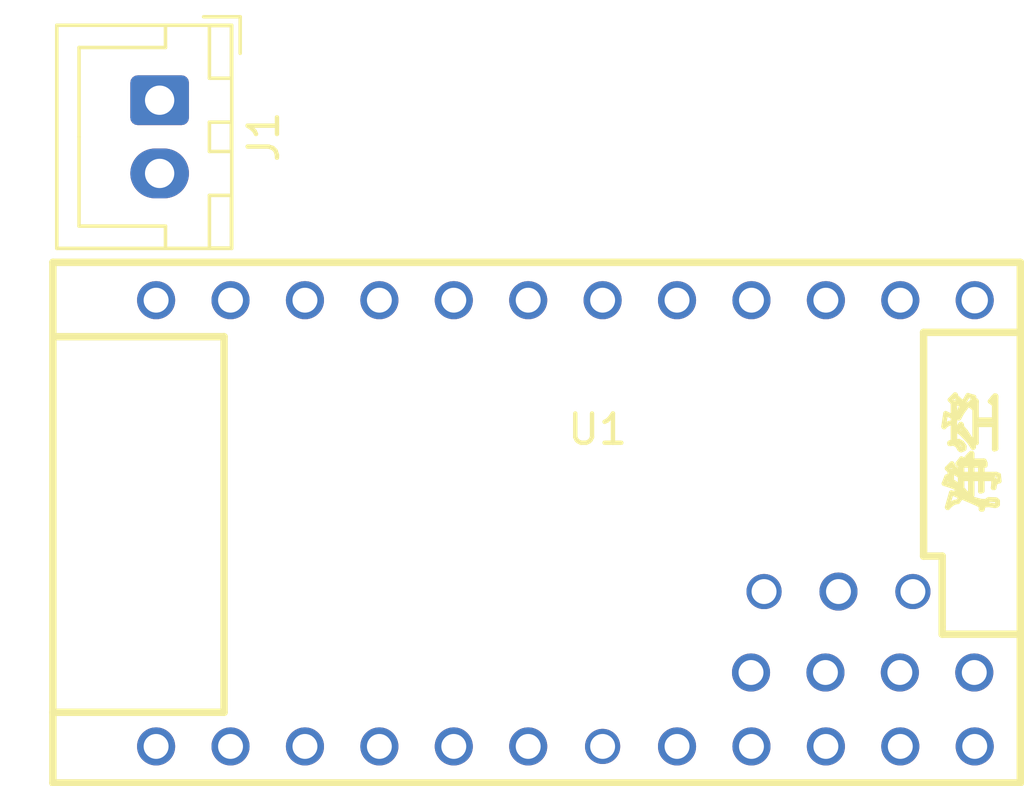
<source format=kicad_pcb>
(kicad_pcb (version 20221018) (generator pcbnew)
  (layers (0 "F.Cu" signal) (31 "B.Cu" signal) (34 "B.Paste" user) (35 "F.Paste" user) (36 "B.SilkS" user "B.Silkscreen") (37 "F.SilkS" user "F.Silkscreen") (38 "B.Mask" user) (39 "F.Mask" user) (44 "Edge.Cuts" user))
  (net 0 "")
  (net 1 "/P0.18")
  (net 2 "/VCCEXT")
  (net 3 "/P0.31")
  (net 4 "/P0.29")
  (net 5 "/P0.02")
  (net 6 "/P1.15")
  (net 7 "/P1.13")
  (net 8 "/P1.11")
  (net 9 "/P1.10")
  (net 10 "/P1.09")
  (net 11 "/P0.06")
  (net 12 "/P0.08")
  (net 13 "/P0.17")
  (net 14 "/P0.20")
  (net 15 "/P0.22")
  (net 16 "/P0.24")
  (net 17 "/P1.00")
  (net 18 "/P0.11")
  (net 19 "/P1.04")
  (net 20 "/P1.06")
  (net 21 "/P0.12")
  (net 22 "/P0.23")
  (net 23 "/P0.21")
  (net 24 "/P0.19")
  (net 25 "/P1.02")
  (net 26 "/P0.07")
  (net 27 "/P1.08")
  (net 28 "GND")
  (net 29 "Net-(J1-Pin_2)")
  (footprint "Connector_JST:JST_XH_B2B-XH-A_1x02_P2.50mm_Vertical" (layer "F.Cu") (at 136.79 69.13 -90)
    (fp_text reference "J1" (at 1.25 -3.55 -270) (layer "F.SilkS"))
    (fp_text value "Conn_01x02")
    (fp_line (start -2.85 -2.75) (end -2.85 -1.5) (stroke (width 0.12)) (layer "F.SilkS"))
    (fp_line (start -2.56 -2.46) (end -2.56 3.51) (stroke (width 0.12)) (layer "F.SilkS"))
    (fp_line (start -2.56 3.51) (end 5.06 3.51) (stroke (width 0.12)) (layer "F.SilkS"))
    (fp_line (start -2.55 -2.45) (end -2.55 -1.7) (stroke (width 0.12)) (layer "F.SilkS"))
    (fp_line (start -2.55 -1.7) (end -0.75 -1.7) (stroke (width 0.12)) (layer "F.SilkS"))
    (fp_line (start -2.55 -0.2) (end -1.8 -0.2) (stroke (width 0.12)) (layer "F.SilkS"))
    (fp_line (start -1.8 -0.2) (end -1.8 2.75) (stroke (width 0.12)) (layer "F.SilkS"))
    (fp_line (start -1.8 2.75) (end 1.25 2.75) (stroke (width 0.12)) (layer "F.SilkS"))
    (fp_line (start -1.6 -2.75) (end -2.85 -2.75) (stroke (width 0.12)) (layer "F.SilkS"))
    (fp_line (start -0.75 -2.45) (end -2.55 -2.45) (stroke (width 0.12)) (layer "F.SilkS"))
    (fp_line (start -0.75 -1.7) (end -0.75 -2.45) (stroke (width 0.12)) (layer "F.SilkS"))
    (fp_line (start 0.75 -2.45) (end 0.75 -1.7) (stroke (width 0.12)) (layer "F.SilkS"))
    (fp_line (start 0.75 -1.7) (end 1.75 -1.7) (stroke (width 0.12)) (layer "F.SilkS"))
    (fp_line (start 1.75 -2.45) (end 0.75 -2.45) (stroke (width 0.12)) (layer "F.SilkS"))
    (fp_line (start 1.75 -1.7) (end 1.75 -2.45) (stroke (width 0.12)) (layer "F.SilkS"))
    (fp_line (start 3.25 -2.45) (end 3.25 -1.7) (stroke (width 0.12)) (layer "F.SilkS"))
    (fp_line (start 3.25 -1.7) (end 5.05 -1.7) (stroke (width 0.12)) (layer "F.SilkS"))
    (fp_line (start 4.3 -0.2) (end 4.3 2.75) (stroke (width 0.12)) (layer "F.SilkS"))
    (fp_line (start 4.3 2.75) (end 1.25 2.75) (stroke (width 0.12)) (layer "F.SilkS"))
    (fp_line (start 5.05 -2.45) (end 3.25 -2.45) (stroke (width 0.12)) (layer "F.SilkS"))
    (fp_line (start 5.05 -1.7) (end 5.05 -2.45) (stroke (width 0.12)) (layer "F.SilkS"))
    (fp_line (start 5.05 -0.2) (end 4.3 -0.2) (stroke (width 0.12)) (layer "F.SilkS"))
    (fp_line (start 5.06 -2.46) (end -2.56 -2.46) (stroke (width 0.12)) (layer "F.SilkS"))
    (fp_line (start 5.06 3.51) (end 5.06 -2.46) (stroke (width 0.12)) (layer "F.SilkS"))
    (pad "1" thru_hole roundrect (at 0 0 270) (size 1.7 2) (drill 1) (layers "*.Cu" "*.Mask") (roundrect_rratio 0.147059) (net 28 "GND"))
    (pad "2" thru_hole oval (at 2.5 0 270) (size 1.7 2) (drill 1) (layers "*.Cu" "*.Mask") (net 29 "Net-(J1-Pin_2)"))
  )
  (footprint "kicad_lceda:52840NANO_V2" (layer "F.Cu") (at 150.64 83.58)
    (fp_text reference "U1" (at 0 -3.207) (layer "F.SilkS") (effects (justify left)))
    (fp_text value "52840NANO_V2")
    (fp_line (start -17.493 -8.913) (end 15.527 -8.913) (stroke (width 0.254)) (layer "F.SilkS"))
    (fp_line (start -17.493 8.867) (end -17.493 -8.913) (stroke (width 0.254)) (layer "F.SilkS"))
    (fp_line (start -17.366 -6.373) (end -11.651 -6.373) (stroke (width 0.254)) (layer "F.SilkS"))
    (fp_line (start -11.651 -6.373) (end -11.651 6.454) (stroke (width 0.254)) (layer "F.SilkS"))
    (fp_line (start -11.651 6.454) (end -17.493 6.454) (stroke (width 0.254)) (layer "F.SilkS"))
    (fp_line (start 12.225 -6.522) (end 12.225 1.12) (stroke (width 0.254)) (layer "F.SilkS"))
    (fp_line (start 12.225 1.12) (end 12.86 1.12) (stroke (width 0.254)) (layer "F.SilkS"))
    (fp_line (start 12.86 1.12) (end 12.86 3.533) (stroke (width 0.254)) (layer "F.SilkS"))
    (fp_line (start 12.86 3.533) (end 12.86 3.787) (stroke (width 0.254)) (layer "F.SilkS"))
    (fp_line (start 12.86 3.787) (end 15.527 3.787) (stroke (width 0.254)) (layer "F.SilkS"))
    (fp_line (start 12.911 -3.307) (end 12.923 -3.289) (stroke (width 0.163)) (layer "F.SilkS"))
    (fp_line (start 12.923 -3.289) (end 12.987 -3.355) (stroke (width 0.163)) (layer "F.SilkS"))
    (fp_line (start 12.923 -1.359) (end 13.221 -1.263) (stroke (width 0.163)) (layer "F.SilkS"))
    (fp_line (start 12.977 -3.754) (end 12.911 -3.307) (stroke (width 0.163)) (layer "F.SilkS"))
    (fp_line (start 12.987 -3.355) (end 13.101 -3.419) (stroke (width 0.163)) (layer "F.SilkS"))
    (fp_line (start 13.015 -1.59) (end 12.923 -1.359) (stroke (width 0.163)) (layer "F.SilkS"))
    (fp_line (start 13.03 -1.875) (end 13.122 -1.778) (stroke (width 0.163)) (layer "F.SilkS"))
    (fp_line (start 13.033 -0.551) (end 13.048 -0.531) (stroke (width 0.163)) (layer "F.SilkS"))
    (fp_line (start 13.038 -1.58) (end 13.015 -1.59) (stroke (width 0.163)) (layer "F.SilkS"))
    (fp_line (start 13.048 -1.509) (end 13.05 -1.557) (stroke (width 0.163)) (layer "F.SilkS"))
    (fp_line (start 13.048 -0.531) (end 13.132 -0.622) (stroke (width 0.163)) (layer "F.SilkS"))
    (fp_line (start 13.05 -1.557) (end 13.038 -1.58) (stroke (width 0.163)) (layer "F.SilkS"))
    (fp_line (start 13.073 -1.496) (end 13.048 -1.509) (stroke (width 0.163)) (layer "F.SilkS"))
    (fp_line (start 13.099 -1.486) (end 13.073 -1.496) (stroke (width 0.163)) (layer "F.SilkS"))
    (fp_line (start 13.101 -3.419) (end 13.195 -3.427) (stroke (width 0.163)) (layer "F.SilkS"))
    (fp_line (start 13.114 -2.748) (end 13.117 -2.715) (stroke (width 0.163)) (layer "F.SilkS"))
    (fp_line (start 13.117 -2.715) (end 13.254 -2.731) (stroke (width 0.163)) (layer "F.SilkS"))
    (fp_line (start 13.122 -1.778) (end 13.122 -1.471) (stroke (width 0.163)) (layer "F.SilkS"))
    (fp_line (start 13.122 -1.471) (end 13.099 -1.486) (stroke (width 0.163)) (layer "F.SilkS"))
    (fp_line (start 13.129 -4.217) (end 13.231 -4.115) (stroke (width 0.163)) (layer "F.SilkS"))
    (fp_line (start 13.132 -0.622) (end 13.271 -0.716) (stroke (width 0.163)) (layer "F.SilkS"))
    (fp_line (start 13.155 -2.766) (end 13.114 -2.748) (stroke (width 0.163)) (layer "F.SilkS"))
    (fp_line (start 13.172 -1.047) (end 13.033 -0.551) (stroke (width 0.163)) (layer "F.SilkS"))
    (fp_line (start 13.183 -1.776) (end 13.271 -1.732) (stroke (width 0.163)) (layer "F.SilkS"))
    (fp_line (start 13.183 -1.438) (end 13.183 -1.776) (stroke (width 0.163)) (layer "F.SilkS"))
    (fp_line (start 13.19 -2.04) (end 13.03 -1.875) (stroke (width 0.163)) (layer "F.SilkS"))
    (fp_line (start 13.193 -2.776) (end 13.155 -2.766) (stroke (width 0.163)) (layer "F.SilkS"))
    (fp_line (start 13.195 -3.427) (end 13.322 -3.594) (stroke (width 0.163)) (layer "F.SilkS"))
    (fp_line (start 13.203 -2.025) (end 13.19 -2.04) (stroke (width 0.163)) (layer "F.SilkS"))
    (fp_line (start 13.208 -1.999) (end 13.203 -2.025) (stroke (width 0.163)) (layer "F.SilkS"))
    (fp_line (start 13.21 -1.958) (end 13.208 -1.999) (stroke (width 0.163)) (layer "F.SilkS"))
    (fp_line (start 13.221 -1.263) (end 13.51 -1.108) (stroke (width 0.163)) (layer "F.SilkS"))
    (fp_line (start 13.231 -4.115) (end 13.231 -2.781) (stroke (width 0.163)) (layer "F.SilkS"))
    (fp_line (start 13.231 -2.781) (end 13.193 -2.776) (stroke (width 0.163)) (layer "F.SilkS"))
    (fp_line (start 13.254 -2.731) (end 13.381 -2.662) (stroke (width 0.163)) (layer "F.SilkS"))
    (fp_line (start 13.271 -1.732) (end 13.391 -1.666) (stroke (width 0.163)) (layer "F.SilkS"))
    (fp_line (start 13.271 -0.716) (end 13.393 -0.737) (stroke (width 0.163)) (layer "F.SilkS"))
    (fp_line (start 13.277 -1.006) (end 14.074 -0.661) (stroke (width 0.163)) (layer "F.SilkS"))
    (fp_line (start 13.287 -1.039) (end 13.277 -1.006) (stroke (width 0.163)) (layer "F.SilkS"))
    (fp_line (start 13.289 -1.892) (end 13.21 -1.958) (stroke (width 0.163)) (layer "F.SilkS"))
    (fp_line (start 13.289 -1.379) (end 13.183 -1.438) (stroke (width 0.163)) (layer "F.SilkS"))
    (fp_line (start 13.292 -4.125) (end 13.373 -4.107) (stroke (width 0.163)) (layer "F.SilkS"))
    (fp_line (start 13.292 -2.789) (end 13.292 -4.125) (stroke (width 0.163)) (layer "F.SilkS"))
    (fp_line (start 13.302 -4.394) (end 13.129 -4.217) (stroke (width 0.163)) (layer "F.SilkS"))
    (fp_line (start 13.317 -4.382) (end 13.302 -4.394) (stroke (width 0.163)) (layer "F.SilkS"))
    (fp_line (start 13.322 -4.359) (end 13.317 -4.382) (stroke (width 0.163)) (layer "F.SilkS"))
    (fp_line (start 13.322 -4.316) (end 13.322 -4.359) (stroke (width 0.163)) (layer "F.SilkS"))
    (fp_line (start 13.322 -3.594) (end 12.977 -3.754) (stroke (width 0.163)) (layer "F.SilkS"))
    (fp_line (start 13.371 -3.173) (end 13.515 -3.071) (stroke (width 0.163)) (layer "F.SilkS"))
    (fp_line (start 13.373 -4.107) (end 13.482 -4.077) (stroke (width 0.163)) (layer "F.SilkS"))
    (fp_line (start 13.381 -2.662) (end 13.429 -2.583) (stroke (width 0.163)) (layer "F.SilkS"))
    (fp_line (start 13.388 -1.308) (end 13.289 -1.379) (stroke (width 0.163)) (layer "F.SilkS"))
    (fp_line (start 13.391 -1.666) (end 13.475 -1.613) (stroke (width 0.163)) (layer "F.SilkS"))
    (fp_line (start 13.393 -2.042) (end 13.475 -1.964) (stroke (width 0.163)) (layer "F.SilkS"))
    (fp_line (start 13.393 -0.737) (end 13.515 -0.902) (stroke (width 0.163)) (layer "F.SilkS"))
    (fp_line (start 13.396 -1.781) (end 13.289 -1.892) (stroke (width 0.163)) (layer "F.SilkS"))
    (fp_line (start 13.398 -4.26) (end 13.322 -4.316) (stroke (width 0.163)) (layer "F.SilkS"))
    (fp_line (start 13.409 -3.609) (end 13.431 -3.592) (stroke (width 0.163)) (layer "F.SilkS"))
    (fp_line (start 13.429 -2.583) (end 13.454 -2.535) (stroke (width 0.163)) (layer "F.SilkS"))
    (fp_line (start 13.431 -3.592) (end 13.536 -3.785) (stroke (width 0.163)) (layer "F.SilkS"))
    (fp_line (start 13.434 -2.802) (end 13.292 -2.789) (stroke (width 0.163)) (layer "F.SilkS"))
    (fp_line (start 13.444 -3.805) (end 13.409 -3.609) (stroke (width 0.163)) (layer "F.SilkS"))
    (fp_line (start 13.454 -2.535) (end 13.503 -2.502) (stroke (width 0.163)) (layer "F.SilkS"))
    (fp_line (start 13.475 -1.964) (end 13.475 -1.679) (stroke (width 0.163)) (layer "F.SilkS"))
    (fp_line (start 13.475 -1.679) (end 13.396 -1.781) (stroke (width 0.163)) (layer "F.SilkS"))
    (fp_line (start 13.475 -1.613) (end 13.475 -1.232) (stroke (width 0.163)) (layer "F.SilkS"))
    (fp_line (start 13.475 -1.232) (end 13.388 -1.308) (stroke (width 0.163)) (layer "F.SilkS"))
    (fp_line (start 13.482 -4.077) (end 13.553 -4.054) (stroke (width 0.163)) (layer "F.SilkS"))
    (fp_line (start 13.49 -3.388) (end 13.371 -3.173) (stroke (width 0.163)) (layer "F.SilkS"))
    (fp_line (start 13.495 -3.95) (end 13.444 -3.805) (stroke (width 0.163)) (layer "F.SilkS"))
    (fp_line (start 13.503 -2.502) (end 13.553 -2.522) (stroke (width 0.163)) (layer "F.SilkS"))
    (fp_line (start 13.505 -4.163) (end 13.398 -4.26) (stroke (width 0.163)) (layer "F.SilkS"))
    (fp_line (start 13.51 -1.108) (end 13.688 -0.958) (stroke (width 0.163)) (layer "F.SilkS"))
    (fp_line (start 13.513 -3.376) (end 13.49 -3.388) (stroke (width 0.163)) (layer "F.SilkS"))
    (fp_line (start 13.515 -3.071) (end 13.779 -2.797) (stroke (width 0.163)) (layer "F.SilkS"))
    (fp_line (start 13.515 -0.902) (end 13.172 -1.047) (stroke (width 0.163)) (layer "F.SilkS"))
    (fp_line (start 13.52 -2.207) (end 13.393 -2.042) (stroke (width 0.163)) (layer "F.SilkS"))
    (fp_line (start 13.523 -3.292) (end 13.525 -3.35) (stroke (width 0.163)) (layer "F.SilkS"))
    (fp_line (start 13.525 -3.35) (end 13.513 -3.376) (stroke (width 0.163)) (layer "F.SilkS"))
    (fp_line (start 13.531 -0.96) (end 13.287 -1.039) (stroke (width 0.163)) (layer "F.SilkS"))
    (fp_line (start 13.533 -2.746) (end 13.434 -2.802) (stroke (width 0.163)) (layer "F.SilkS"))
    (fp_line (start 13.536 -3.785) (end 13.731 -4.049) (stroke (width 0.163)) (layer "F.SilkS"))
    (fp_line (start 13.536 -2.197) (end 13.52 -2.207) (stroke (width 0.163)) (layer "F.SilkS"))
    (fp_line (start 13.536 -1.981) (end 13.823 -1.981) (stroke (width 0.163)) (layer "F.SilkS"))
    (fp_line (start 13.536 -1.679) (end 13.536 -1.981) (stroke (width 0.163)) (layer "F.SilkS"))
    (fp_line (start 13.536 -1.522) (end 13.823 -1.522) (stroke (width 0.163)) (layer "F.SilkS"))
    (fp_line (start 13.536 -1.181) (end 13.536 -1.522) (stroke (width 0.163)) (layer "F.SilkS"))
    (fp_line (start 13.548 -2.169) (end 13.536 -2.197) (stroke (width 0.163)) (layer "F.SilkS"))
    (fp_line (start 13.553 -4.054) (end 13.495 -3.95) (stroke (width 0.163)) (layer "F.SilkS"))
    (fp_line (start 13.553 -2.522) (end 13.609 -2.548) (stroke (width 0.163)) (layer "F.SilkS"))
    (fp_line (start 13.556 -2.134) (end 13.548 -2.169) (stroke (width 0.163)) (layer "F.SilkS"))
    (fp_line (start 13.569 -4.082) (end 13.505 -4.163) (stroke (width 0.163)) (layer "F.SilkS"))
    (fp_line (start 13.574 -2.682) (end 13.533 -2.746) (stroke (width 0.163)) (layer "F.SilkS"))
    (fp_line (start 13.599 -1.12) (end 13.536 -1.181) (stroke (width 0.163)) (layer "F.SilkS"))
    (fp_line (start 13.609 -2.548) (end 13.614 -2.624) (stroke (width 0.163)) (layer "F.SilkS"))
    (fp_line (start 13.614 -2.624) (end 13.574 -2.682) (stroke (width 0.163)) (layer "F.SilkS"))
    (fp_line (start 13.658 -3.137) (end 13.523 -3.292) (stroke (width 0.163)) (layer "F.SilkS"))
    (fp_line (start 13.658 -1.052) (end 13.599 -1.12) (stroke (width 0.163)) (layer "F.SilkS"))
    (fp_line (start 13.688 -0.958) (end 13.708 -0.986) (stroke (width 0.163)) (layer "F.SilkS"))
    (fp_line (start 13.698 -2.238) (end 13.698 -2.238) (stroke (width 0.163)) (layer "F.SilkS"))
    (fp_line (start 13.698 -2.238) (end 13.823 -2.157) (stroke (width 0.163)) (layer "F.SilkS"))
    (fp_line (start 13.708 -0.986) (end 13.658 -1.052) (stroke (width 0.163)) (layer "F.SilkS"))
    (fp_line (start 13.731 -4.049) (end 13.886 -4.158) (stroke (width 0.163)) (layer "F.SilkS"))
    (fp_line (start 13.739 -4.369) (end 13.569 -4.082) (stroke (width 0.163)) (layer "F.SilkS"))
    (fp_line (start 13.779 -2.797) (end 13.912 -2.586) (stroke (width 0.163)) (layer "F.SilkS"))
    (fp_line (start 13.787 -2.339) (end 13.698 -2.238) (stroke (width 0.163)) (layer "F.SilkS"))
    (fp_line (start 13.823 -2.157) (end 13.823 -2.134) (stroke (width 0.163)) (layer "F.SilkS"))
    (fp_line (start 13.823 -2.134) (end 13.556 -2.134) (stroke (width 0.163)) (layer "F.SilkS"))
    (fp_line (start 13.823 -1.981) (end 13.823 -1.679) (stroke (width 0.163)) (layer "F.SilkS"))
    (fp_line (start 13.823 -1.679) (end 13.536 -1.679) (stroke (width 0.163)) (layer "F.SilkS"))
    (fp_line (start 13.823 -1.522) (end 13.823 -0.953) (stroke (width 0.163)) (layer "F.SilkS"))
    (fp_line (start 13.823 -0.953) (end 13.881 -0.968) (stroke (width 0.163)) (layer "F.SilkS"))
    (fp_line (start 13.838 -2.86) (end 13.658 -3.137) (stroke (width 0.163)) (layer "F.SilkS"))
    (fp_line (start 13.84 -4.006) (end 13.84 -4.006) (stroke (width 0.163)) (layer "F.SilkS"))
    (fp_line (start 13.84 -4.006) (end 13.97 -3.904) (stroke (width 0.163)) (layer "F.SilkS"))
    (fp_line (start 13.851 -2.398) (end 13.787 -2.339) (stroke (width 0.163)) (layer "F.SilkS"))
    (fp_line (start 13.871 -2.393) (end 13.851 -2.398) (stroke (width 0.163)) (layer "F.SilkS"))
    (fp_line (start 13.881 -2.372) (end 13.871 -2.393) (stroke (width 0.163)) (layer "F.SilkS"))
    (fp_line (start 13.881 -2.345) (end 13.881 -2.372) (stroke (width 0.163)) (layer "F.SilkS"))
    (fp_line (start 13.881 -2.134) (end 13.881 -2.345) (stroke (width 0.163)) (layer "F.SilkS"))
    (fp_line (start 13.881 -1.981) (end 14.166 -1.981) (stroke (width 0.163)) (layer "F.SilkS"))
    (fp_line (start 13.881 -1.679) (end 13.881 -1.981) (stroke (width 0.163)) (layer "F.SilkS"))
    (fp_line (start 13.881 -1.522) (end 14.166 -1.522) (stroke (width 0.163)) (layer "F.SilkS"))
    (fp_line (start 13.881 -0.968) (end 13.881 -1.522) (stroke (width 0.163)) (layer "F.SilkS"))
    (fp_line (start 13.886 -4.158) (end 13.942 -4.311) (stroke (width 0.163)) (layer "F.SilkS"))
    (fp_line (start 13.912 -2.586) (end 13.934 -2.606) (stroke (width 0.163)) (layer "F.SilkS"))
    (fp_line (start 13.932 -4.12) (end 13.84 -4.006) (stroke (width 0.163)) (layer "F.SilkS"))
    (fp_line (start 13.934 -2.606) (end 13.838 -2.86) (stroke (width 0.163)) (layer "F.SilkS"))
    (fp_line (start 13.942 -4.311) (end 13.739 -4.369) (stroke (width 0.163)) (layer "F.SilkS"))
    (fp_line (start 13.97 -3.904) (end 13.97 -2.733) (stroke (width 0.163)) (layer "F.SilkS"))
    (fp_line (start 13.97 -2.733) (end 14.028 -2.751) (stroke (width 0.163)) (layer "F.SilkS"))
    (fp_line (start 13.99 -0.805) (end 13.531 -0.96) (stroke (width 0.163)) (layer "F.SilkS"))
    (fp_line (start 13.995 -4.194) (end 13.932 -4.12) (stroke (width 0.163)) (layer "F.SilkS"))
    (fp_line (start 14.018 -4.189) (end 13.995 -4.194) (stroke (width 0.163)) (layer "F.SilkS"))
    (fp_line (start 14.028 -4.168) (end 14.018 -4.189) (stroke (width 0.163)) (layer "F.SilkS"))
    (fp_line (start 14.028 -4.138) (end 14.028 -4.168) (stroke (width 0.163)) (layer "F.SilkS"))
    (fp_line (start 14.028 -3.536) (end 14.028 -4.138) (stroke (width 0.163)) (layer "F.SilkS"))
    (fp_line (start 14.028 -3.368) (end 14.638 -3.368) (stroke (width 0.163)) (layer "F.SilkS"))
    (fp_line (start 14.028 -2.751) (end 14.028 -3.368) (stroke (width 0.163)) (layer "F.SilkS"))
    (fp_line (start 14.074 -0.661) (end 14.074 -0.661) (stroke (width 0.163)) (layer "F.SilkS"))
    (fp_line (start 14.074 -0.661) (end 14.145 -0.622) (stroke (width 0.163)) (layer "F.SilkS"))
    (fp_line (start 14.089 -0.78) (end 13.99 -0.805) (stroke (width 0.163)) (layer "F.SilkS"))
    (fp_line (start 14.145 -0.622) (end 14.186 -0.602) (stroke (width 0.163)) (layer "F.SilkS"))
    (fp_line (start 14.15 -0.762) (end 14.089 -0.78) (stroke (width 0.163)) (layer "F.SilkS"))
    (fp_line (start 14.166 -1.981) (end 14.166 -1.679) (stroke (width 0.163)) (layer "F.SilkS"))
    (fp_line (start 14.166 -1.679) (end 13.881 -1.679) (stroke (width 0.163)) (layer "F.SilkS"))
    (fp_line (start 14.166 -1.522) (end 14.166 -1.092) (stroke (width 0.163)) (layer "F.SilkS"))
    (fp_line (start 14.166 -1.092) (end 14.226 -1.11) (stroke (width 0.163)) (layer "F.SilkS"))
    (fp_line (start 14.186 -0.602) (end 14.188 -0.592) (stroke (width 0.163)) (layer "F.SilkS"))
    (fp_line (start 14.188 -0.592) (end 14.188 -0.569) (stroke (width 0.163)) (layer "F.SilkS"))
    (fp_line (start 14.188 -0.569) (end 14.188 -0.48) (stroke (width 0.163)) (layer "F.SilkS"))
    (fp_line (start 14.188 -0.48) (end 14.232 -0.48) (stroke (width 0.163)) (layer "F.SilkS"))
    (fp_line (start 14.216 -0.749) (end 14.15 -0.762) (stroke (width 0.163)) (layer "F.SilkS"))
    (fp_line (start 14.226 -1.981) (end 14.328 -1.981) (stroke (width 0.163)) (layer "F.SilkS"))
    (fp_line (start 14.226 -1.679) (end 14.226 -1.981) (stroke (width 0.163)) (layer "F.SilkS"))
    (fp_line (start 14.226 -1.522) (end 14.577 -1.522) (stroke (width 0.163)) (layer "F.SilkS"))
    (fp_line (start 14.226 -1.11) (end 14.226 -1.522) (stroke (width 0.163)) (layer "F.SilkS"))
    (fp_line (start 14.232 -0.48) (end 14.237 -0.521) (stroke (width 0.163)) (layer "F.SilkS"))
    (fp_line (start 14.237 -0.521) (end 14.242 -0.551) (stroke (width 0.163)) (layer "F.SilkS"))
    (fp_line (start 14.242 -0.551) (end 14.262 -0.579) (stroke (width 0.163)) (layer "F.SilkS"))
    (fp_line (start 14.262 -0.579) (end 14.29 -0.622) (stroke (width 0.163)) (layer "F.SilkS"))
    (fp_line (start 14.267 -0.749) (end 14.216 -0.749) (stroke (width 0.163)) (layer "F.SilkS"))
    (fp_line (start 14.28 -2.134) (end 13.881 -2.134) (stroke (width 0.163)) (layer "F.SilkS"))
    (fp_line (start 14.29 -0.622) (end 14.45 -0.633) (stroke (width 0.163)) (layer "F.SilkS"))
    (fp_line (start 14.295 -2.131) (end 14.28 -2.134) (stroke (width 0.163)) (layer "F.SilkS"))
    (fp_line (start 14.328 -2.055) (end 14.295 -2.131) (stroke (width 0.163)) (layer "F.SilkS"))
    (fp_line (start 14.328 -2.004) (end 14.328 -2.055) (stroke (width 0.163)) (layer "F.SilkS"))
    (fp_line (start 14.328 -1.981) (end 14.328 -2.004) (stroke (width 0.163)) (layer "F.SilkS"))
    (fp_line (start 14.359 -0.752) (end 14.267 -0.749) (stroke (width 0.163)) (layer "F.SilkS"))
    (fp_line (start 14.442 -0.815) (end 14.359 -0.752) (stroke (width 0.163)) (layer "F.SilkS"))
    (fp_line (start 14.45 -0.633) (end 14.653 -0.602) (stroke (width 0.163)) (layer "F.SilkS"))
    (fp_line (start 14.498 -4.166) (end 14.498 -4.166) (stroke (width 0.163)) (layer "F.SilkS"))
    (fp_line (start 14.498 -4.166) (end 14.638 -4.057) (stroke (width 0.163)) (layer "F.SilkS"))
    (fp_line (start 14.577 -1.522) (end 14.607 -1.522) (stroke (width 0.163)) (layer "F.SilkS"))
    (fp_line (start 14.582 -1.679) (end 14.226 -1.679) (stroke (width 0.163)) (layer "F.SilkS"))
    (fp_line (start 14.592 -4.288) (end 14.498 -4.166) (stroke (width 0.163)) (layer "F.SilkS"))
    (fp_line (start 14.602 -1.217) (end 14.602 -1.217) (stroke (width 0.163)) (layer "F.SilkS"))
    (fp_line (start 14.602 -1.217) (end 14.633 -1.217) (stroke (width 0.163)) (layer "F.SilkS"))
    (fp_line (start 14.605 -0.81) (end 14.442 -0.815) (stroke (width 0.163)) (layer "F.SilkS"))
    (fp_line (start 14.607 -1.522) (end 14.618 -1.511) (stroke (width 0.163)) (layer "F.SilkS"))
    (fp_line (start 14.618 -1.511) (end 14.618 -1.476) (stroke (width 0.163)) (layer "F.SilkS"))
    (fp_line (start 14.618 -1.476) (end 14.618 -1.43) (stroke (width 0.163)) (layer "F.SilkS"))
    (fp_line (start 14.618 -1.43) (end 14.602 -1.217) (stroke (width 0.163)) (layer "F.SilkS"))
    (fp_line (start 14.633 -1.217) (end 14.646 -1.316) (stroke (width 0.163)) (layer "F.SilkS"))
    (fp_line (start 14.638 -4.057) (end 14.638 -3.536) (stroke (width 0.163)) (layer "F.SilkS"))
    (fp_line (start 14.638 -3.536) (end 14.028 -3.536) (stroke (width 0.163)) (layer "F.SilkS"))
    (fp_line (start 14.638 -3.368) (end 14.638 -2.533) (stroke (width 0.163)) (layer "F.SilkS"))
    (fp_line (start 14.638 -2.533) (end 14.696 -2.55) (stroke (width 0.163)) (layer "F.SilkS"))
    (fp_line (start 14.646 -1.316) (end 14.666 -1.369) (stroke (width 0.163)) (layer "F.SilkS"))
    (fp_line (start 14.653 -0.602) (end 14.714 -0.612) (stroke (width 0.163)) (layer "F.SilkS"))
    (fp_line (start 14.663 -4.361) (end 14.592 -4.288) (stroke (width 0.163)) (layer "F.SilkS"))
    (fp_line (start 14.666 -1.369) (end 14.694 -1.397) (stroke (width 0.163)) (layer "F.SilkS"))
    (fp_line (start 14.686 -4.356) (end 14.663 -4.361) (stroke (width 0.163)) (layer "F.SilkS"))
    (fp_line (start 14.694 -1.397) (end 14.714 -1.425) (stroke (width 0.163)) (layer "F.SilkS"))
    (fp_line (start 14.696 -4.336) (end 14.686 -4.356) (stroke (width 0.163)) (layer "F.SilkS"))
    (fp_line (start 14.696 -4.305) (end 14.696 -4.336) (stroke (width 0.163)) (layer "F.SilkS"))
    (fp_line (start 14.696 -2.55) (end 14.696 -4.305) (stroke (width 0.163)) (layer "F.SilkS"))
    (fp_line (start 14.696 -0.805) (end 14.605 -0.81) (stroke (width 0.163)) (layer "F.SilkS"))
    (fp_line (start 14.704 -1.679) (end 14.582 -1.679) (stroke (width 0.163)) (layer "F.SilkS"))
    (fp_line (start 14.714 -1.425) (end 14.755 -1.438) (stroke (width 0.163)) (layer "F.SilkS"))
    (fp_line (start 14.714 -0.612) (end 14.75 -0.643) (stroke (width 0.163)) (layer "F.SilkS"))
    (fp_line (start 14.75 -0.757) (end 14.696 -0.805) (stroke (width 0.163)) (layer "F.SilkS"))
    (fp_line (start 14.75 -0.683) (end 14.75 -0.757) (stroke (width 0.163)) (layer "F.SilkS"))
    (fp_line (start 14.75 -0.643) (end 14.75 -0.683) (stroke (width 0.163)) (layer "F.SilkS"))
    (fp_line (start 14.755 -1.438) (end 14.806 -1.443) (stroke (width 0.163)) (layer "F.SilkS"))
    (fp_line (start 14.785 -1.649) (end 14.704 -1.679) (stroke (width 0.163)) (layer "F.SilkS"))
    (fp_line (start 14.806 -1.443) (end 14.785 -1.649) (stroke (width 0.163)) (layer "F.SilkS"))
    (fp_line (start 15.527 -8.913) (end 15.527 8.867) (stroke (width 0.254)) (layer "F.SilkS"))
    (fp_line (start 15.527 -6.522) (end 12.225 -6.522) (stroke (width 0.254)) (layer "F.SilkS"))
    (fp_line (start 15.527 8.867) (end -17.493 8.867) (stroke (width 0.254)) (layer "F.SilkS"))
    (pad "1" thru_hole circle (at -13.97 -7.62) (size 1.3 1.3) (drill 0.85) (layers "*.Cu" "*.Mask") (net 29 "Net-(J1-Pin_2)"))
    (pad "2" thru_hole circle (at -11.43 -7.62) (size 1.3 1.3) (drill 0.85) (layers "*.Cu" "*.Mask") (net 28 "GND"))
    (pad "3" thru_hole circle (at -8.89 -7.62) (size 1.3 1.3) (drill 0.85) (layers "*.Cu" "*.Mask") (net 1 "/P0.18"))
    (pad "4" thru_hole circle (at -6.35 -7.62) (size 1.3 1.3) (drill 0.85) (layers "*.Cu" "*.Mask") (net 2 "/VCCEXT"))
    (pad "5" thru_hole circle (at -3.81 -7.62) (size 1.3 1.3) (drill 0.85) (layers "*.Cu" "*.Mask") (net 3 "/P0.31"))
    (pad "6" thru_hole circle (at -1.27 -7.62) (size 1.3 1.3) (drill 0.85) (layers "*.Cu" "*.Mask") (net 4 "/P0.29"))
    (pad "7" thru_hole circle (at 1.27 -7.62) (size 1.3 1.3) (drill 0.85) (layers "*.Cu" "*.Mask") (net 5 "/P0.02"))
    (pad "8" thru_hole circle (at 3.81 -7.62) (size 1.3 1.3) (drill 0.85) (layers "*.Cu" "*.Mask") (net 6 "/P1.15"))
    (pad "9" thru_hole circle (at 6.35 -7.62) (size 1.3 1.3) (drill 0.85) (layers "*.Cu" "*.Mask") (net 7 "/P1.13"))
    (pad "10" thru_hole circle (at 8.89 -7.62) (size 1.3 1.3) (drill 0.85) (layers "*.Cu" "*.Mask") (net 8 "/P1.11"))
    (pad "11" thru_hole circle (at 11.43 -7.62) (size 1.3 1.3) (drill 0.85) (layers "*.Cu" "*.Mask") (net 9 "/P1.10"))
    (pad "12" thru_hole circle (at 13.97 -7.62) (size 1.3 1.3) (drill 0.9) (layers "*.Cu" "*.Mask") (net 10 "/P1.09"))
    (pad "13" thru_hole circle (at -13.97 7.62) (size 1.3 1.3) (drill 0.85) (layers "*.Cu" "*.Mask") (net 11 "/P0.06"))
    (pad "14" thru_hole circle (at -11.43 7.62) (size 1.3 1.3) (drill 0.85) (layers "*.Cu" "*.Mask") (net 12 "/P0.08"))
    (pad "15" thru_hole circle (at -8.89 7.62) (size 1.3 1.3) (drill 0.85) (layers "*.Cu" "*.Mask") (net 28 "GND"))
    (pad "16" thru_hole circle (at -6.35 7.62) (size 1.3 1.3) (drill 0.85) (layers "*.Cu" "*.Mask") (net 28 "GND"))
    (pad "17" thru_hole circle (at -3.81 7.62) (size 1.3 1.3) (drill 0.85) (layers "*.Cu" "*.Mask") (net 13 "/P0.17"))
    (pad "18" thru_hole circle (at -1.27 7.62) (size 1.3 1.3) (drill 0.85) (layers "*.Cu" "*.Mask") (net 14 "/P0.20"))
    (pad "19" thru_hole circle (at 1.27 7.62) (size 1.2 1.2) (drill 0.85) (layers "*.Cu" "*.Mask") (net 15 "/P0.22"))
    (pad "20" thru_hole circle (at 3.81 7.62) (size 1.3 1.3) (drill 0.85) (layers "*.Cu" "*.Mask") (net 16 "/P0.24"))
    (pad "21" thru_hole circle (at 6.35 7.62) (size 1.3 1.3) (drill 0.85) (layers "*.Cu" "*.Mask") (net 17 "/P1.00"))
    (pad "22" thru_hole circle (at 8.89 7.62) (size 1.3 1.3) (drill 0.85) (layers "*.Cu" "*.Mask") (net 18 "/P0.11"))
    (pad "23" thru_hole circle (at 11.43 7.62) (size 1.3 1.3) (drill 0.85) (layers "*.Cu" "*.Mask") (net 19 "/P1.04"))
    (pad "24" thru_hole circle (at 13.97 7.62) (size 1.3 1.3) (drill 0.85) (layers "*.Cu" "*.Mask") (net 20 "/P1.06"))
    (pad "25" thru_hole circle (at 6.335 5.095 90) (size 1.3 1.3) (drill 0.85) (layers "*.Cu" "*.Mask") (net 21 "/P0.12"))
    (pad "26" thru_hole circle (at 8.875 5.095 90) (size 1.3 1.3) (drill 0.85) (layers "*.Cu" "*.Mask") (net 22 "/P0.23"))
    (pad "27" thru_hole circle (at 11.415 5.095 90) (size 1.3 1.3) (drill 0.85) (layers "*.Cu" "*.Mask") (net 23 "/P0.21"))
    (pad "28" thru_hole circle (at 13.955 5.095 270) (size 1.3 1.3) (drill 0.85) (layers "*.Cu" "*.Mask") (net 24 "/P0.19"))
    (pad "29" thru_hole circle (at 6.78 2.331 90) (size 1.2 1.2) (drill 0.85) (layers "*.Cu" "*.Mask") (net 25 "/P1.02"))
    (pad "30" thru_hole circle (at 9.32 2.331 90) (size 1.3 1.3) (drill 0.85) (layers "*.Cu" "*.Mask") (net 26 "/P0.07"))
    (pad "31" thru_hole circle (at 11.86 2.331 90) (size 1.2 1.2) (drill 0.85) (layers "*.Cu" "*.Mask") (net 27 "/P1.08"))
  )
)
</source>
